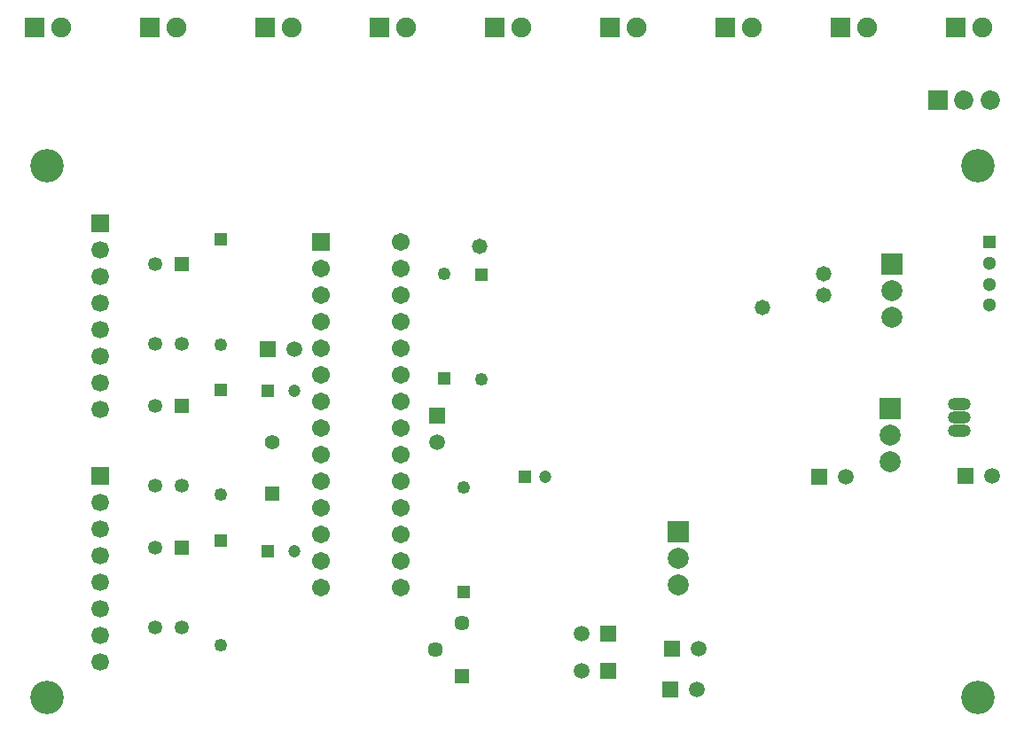
<source format=gbs>
G04*
G04 #@! TF.GenerationSoftware,Altium Limited,Altium Designer,24.2.2 (26)*
G04*
G04 Layer_Color=16711935*
%FSLAX44Y44*%
%MOMM*%
G71*
G04*
G04 #@! TF.SameCoordinates,FF9118C4-6FED-4B38-AEEA-9CBEA1064A6B*
G04*
G04*
G04 #@! TF.FilePolarity,Negative*
G04*
G01*
G75*
%ADD18R,2.0000X2.0000*%
%ADD31R,1.6900X1.6900*%
%ADD32C,1.6900*%
%ADD33C,1.8500*%
%ADD34R,1.8500X1.8500*%
%ADD35C,1.9000*%
%ADD36R,1.9000X1.9000*%
%ADD37C,2.0000*%
%ADD38R,1.5032X1.5032*%
%ADD39C,1.5032*%
%ADD40O,2.2032X1.2032*%
%ADD41O,2.2032X1.2032*%
%ADD42C,1.3000*%
%ADD43R,1.3000X1.3000*%
%ADD44C,1.3500*%
%ADD45R,1.3500X1.3500*%
%ADD46C,1.2500*%
%ADD47R,1.2500X1.2500*%
%ADD48C,1.2000*%
%ADD49R,1.2000X1.2000*%
%ADD50R,1.4032X1.4032*%
%ADD51C,1.4032*%
%ADD52C,1.7032*%
%ADD53R,1.7032X1.7032*%
%ADD54R,1.5032X1.5032*%
%ADD55C,1.4532*%
%ADD56R,1.4532X1.4532*%
%ADD57C,1.4732*%
%ADD58C,3.2032*%
D18*
X1084834Y555752D02*
D03*
X1086100Y693928D02*
D03*
X881888Y438404D02*
D03*
D31*
X330200Y732790D02*
D03*
Y491490D02*
D03*
D32*
Y707390D02*
D03*
Y681990D02*
D03*
Y656590D02*
D03*
Y631190D02*
D03*
Y605790D02*
D03*
Y580390D02*
D03*
Y554990D02*
D03*
Y466090D02*
D03*
Y440690D02*
D03*
Y415290D02*
D03*
Y389890D02*
D03*
Y364490D02*
D03*
Y339090D02*
D03*
Y313690D02*
D03*
D33*
X1180000Y850000D02*
D03*
X1155000D02*
D03*
D34*
X1130000D02*
D03*
D35*
X732700Y920000D02*
D03*
X842700D02*
D03*
X1172700D02*
D03*
X1062700D02*
D03*
X952700D02*
D03*
X402700D02*
D03*
X622700D02*
D03*
X512700D02*
D03*
X292700D02*
D03*
D36*
X707300D02*
D03*
X817300D02*
D03*
X1147300D02*
D03*
X1037300D02*
D03*
X927300D02*
D03*
X377300D02*
D03*
X597300D02*
D03*
X487300D02*
D03*
X267300D02*
D03*
D37*
X1084834Y504952D02*
D03*
Y530352D02*
D03*
X1086100Y643128D02*
D03*
Y668528D02*
D03*
X881888Y387604D02*
D03*
Y413004D02*
D03*
D38*
X1017016Y490474D02*
D03*
X1156208Y491236D02*
D03*
X490370Y612902D02*
D03*
X815340Y340360D02*
D03*
Y304800D02*
D03*
X876554Y326136D02*
D03*
X874522Y287274D02*
D03*
D39*
X1042416Y490474D02*
D03*
X1181608Y491236D02*
D03*
X515770Y612902D02*
D03*
X651510Y523240D02*
D03*
X789940Y340360D02*
D03*
Y304800D02*
D03*
X901954Y326136D02*
D03*
X899922Y287274D02*
D03*
D40*
X1150366Y534670D02*
D03*
Y547370D02*
D03*
D41*
Y560070D02*
D03*
D42*
X1179400Y654530D02*
D03*
Y674530D02*
D03*
Y694530D02*
D03*
D43*
Y714530D02*
D03*
D44*
X407670Y346626D02*
D03*
X382270D02*
D03*
Y422826D02*
D03*
X407670Y482108D02*
D03*
X382270D02*
D03*
Y558308D02*
D03*
X407670Y617590D02*
D03*
X382270D02*
D03*
Y693790D02*
D03*
D45*
X407670Y422826D02*
D03*
Y558308D02*
D03*
Y693790D02*
D03*
D46*
X445008Y473283D02*
D03*
Y329476D02*
D03*
Y617090D02*
D03*
X693928Y583730D02*
D03*
X676910Y480530D02*
D03*
X658876Y684746D02*
D03*
D47*
X445008Y573283D02*
D03*
Y429476D02*
D03*
Y717090D02*
D03*
X693928Y683730D02*
D03*
X676910Y380530D02*
D03*
X658876Y584746D02*
D03*
D48*
X515220Y419100D02*
D03*
Y572770D02*
D03*
X755490Y490220D02*
D03*
D49*
X490220Y419100D02*
D03*
Y572770D02*
D03*
X735490Y490220D02*
D03*
D50*
X494030Y474710D02*
D03*
D51*
Y523510D02*
D03*
D52*
X617220Y384810D02*
D03*
Y410210D02*
D03*
Y435610D02*
D03*
Y461010D02*
D03*
Y486410D02*
D03*
Y511810D02*
D03*
Y537210D02*
D03*
Y562610D02*
D03*
Y588010D02*
D03*
Y613410D02*
D03*
Y638810D02*
D03*
Y664210D02*
D03*
Y689610D02*
D03*
Y715010D02*
D03*
X541020Y384810D02*
D03*
Y410210D02*
D03*
Y435610D02*
D03*
Y461010D02*
D03*
Y486410D02*
D03*
Y511810D02*
D03*
Y537210D02*
D03*
Y562610D02*
D03*
Y588010D02*
D03*
Y613410D02*
D03*
Y638810D02*
D03*
Y664210D02*
D03*
Y689610D02*
D03*
D53*
Y715010D02*
D03*
D54*
X651510Y548640D02*
D03*
D55*
X675640Y350520D02*
D03*
X650240Y325120D02*
D03*
D56*
X675640Y299720D02*
D03*
D57*
X962660Y652272D02*
D03*
X1020826Y684784D02*
D03*
Y664464D02*
D03*
X692912Y710692D02*
D03*
D58*
X1168400Y279400D02*
D03*
Y787400D02*
D03*
X279400D02*
D03*
Y279400D02*
D03*
M02*

</source>
